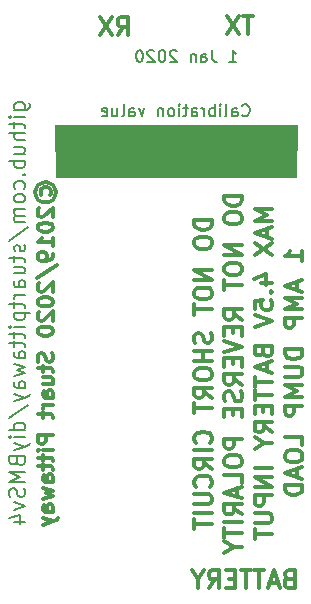
<source format=gbr>
G04 #@! TF.GenerationSoftware,KiCad,Pcbnew,5.1.5-52549c5~84~ubuntu18.04.1*
G04 #@! TF.CreationDate,2020-01-13T19:03:02+01:00*
G04 #@! TF.ProjectId,v4,76342e6b-6963-4616-945f-706362585858,rev?*
G04 #@! TF.SameCoordinates,Original*
G04 #@! TF.FileFunction,Legend,Bot*
G04 #@! TF.FilePolarity,Positive*
%FSLAX46Y46*%
G04 Gerber Fmt 4.6, Leading zero omitted, Abs format (unit mm)*
G04 Created by KiCad (PCBNEW 5.1.5-52549c5~84~ubuntu18.04.1) date 2020-01-13 19:03:02*
%MOMM*%
%LPD*%
G04 APERTURE LIST*
%ADD10C,0.300000*%
%ADD11C,0.200000*%
%ADD12C,0.100000*%
G04 APERTURE END LIST*
D10*
X123460457Y-48366171D02*
X122603314Y-48366171D01*
X123031885Y-49866171D02*
X123031885Y-48366171D01*
X122246171Y-48366171D02*
X121246171Y-49866171D01*
X121246171Y-48366171D02*
X122246171Y-49866171D01*
X111967600Y-49966171D02*
X112467600Y-49251885D01*
X112824742Y-49966171D02*
X112824742Y-48466171D01*
X112253314Y-48466171D01*
X112110457Y-48537600D01*
X112039028Y-48609028D01*
X111967600Y-48751885D01*
X111967600Y-48966171D01*
X112039028Y-49109028D01*
X112110457Y-49180457D01*
X112253314Y-49251885D01*
X112824742Y-49251885D01*
X111467600Y-48466171D02*
X110467600Y-49966171D01*
X110467600Y-48466171D02*
X111467600Y-49966171D01*
D11*
X122523257Y-56741942D02*
X122570876Y-56789561D01*
X122713733Y-56837180D01*
X122808971Y-56837180D01*
X122951828Y-56789561D01*
X123047066Y-56694323D01*
X123094685Y-56599085D01*
X123142304Y-56408609D01*
X123142304Y-56265752D01*
X123094685Y-56075276D01*
X123047066Y-55980038D01*
X122951828Y-55884800D01*
X122808971Y-55837180D01*
X122713733Y-55837180D01*
X122570876Y-55884800D01*
X122523257Y-55932419D01*
X121666114Y-56837180D02*
X121666114Y-56313371D01*
X121713733Y-56218133D01*
X121808971Y-56170514D01*
X121999447Y-56170514D01*
X122094685Y-56218133D01*
X121666114Y-56789561D02*
X121761352Y-56837180D01*
X121999447Y-56837180D01*
X122094685Y-56789561D01*
X122142304Y-56694323D01*
X122142304Y-56599085D01*
X122094685Y-56503847D01*
X121999447Y-56456228D01*
X121761352Y-56456228D01*
X121666114Y-56408609D01*
X121047066Y-56837180D02*
X121142304Y-56789561D01*
X121189923Y-56694323D01*
X121189923Y-55837180D01*
X120666114Y-56837180D02*
X120666114Y-56170514D01*
X120666114Y-55837180D02*
X120713733Y-55884800D01*
X120666114Y-55932419D01*
X120618495Y-55884800D01*
X120666114Y-55837180D01*
X120666114Y-55932419D01*
X120189923Y-56837180D02*
X120189923Y-55837180D01*
X120189923Y-56218133D02*
X120094685Y-56170514D01*
X119904209Y-56170514D01*
X119808971Y-56218133D01*
X119761352Y-56265752D01*
X119713733Y-56360990D01*
X119713733Y-56646704D01*
X119761352Y-56741942D01*
X119808971Y-56789561D01*
X119904209Y-56837180D01*
X120094685Y-56837180D01*
X120189923Y-56789561D01*
X119285161Y-56837180D02*
X119285161Y-56170514D01*
X119285161Y-56360990D02*
X119237542Y-56265752D01*
X119189923Y-56218133D01*
X119094685Y-56170514D01*
X118999447Y-56170514D01*
X118237542Y-56837180D02*
X118237542Y-56313371D01*
X118285161Y-56218133D01*
X118380400Y-56170514D01*
X118570876Y-56170514D01*
X118666114Y-56218133D01*
X118237542Y-56789561D02*
X118332780Y-56837180D01*
X118570876Y-56837180D01*
X118666114Y-56789561D01*
X118713733Y-56694323D01*
X118713733Y-56599085D01*
X118666114Y-56503847D01*
X118570876Y-56456228D01*
X118332780Y-56456228D01*
X118237542Y-56408609D01*
X117904209Y-56170514D02*
X117523257Y-56170514D01*
X117761352Y-55837180D02*
X117761352Y-56694323D01*
X117713733Y-56789561D01*
X117618495Y-56837180D01*
X117523257Y-56837180D01*
X117189923Y-56837180D02*
X117189923Y-56170514D01*
X117189923Y-55837180D02*
X117237542Y-55884800D01*
X117189923Y-55932419D01*
X117142304Y-55884800D01*
X117189923Y-55837180D01*
X117189923Y-55932419D01*
X116570876Y-56837180D02*
X116666114Y-56789561D01*
X116713733Y-56741942D01*
X116761352Y-56646704D01*
X116761352Y-56360990D01*
X116713733Y-56265752D01*
X116666114Y-56218133D01*
X116570876Y-56170514D01*
X116428019Y-56170514D01*
X116332780Y-56218133D01*
X116285161Y-56265752D01*
X116237542Y-56360990D01*
X116237542Y-56646704D01*
X116285161Y-56741942D01*
X116332780Y-56789561D01*
X116428019Y-56837180D01*
X116570876Y-56837180D01*
X115808971Y-56170514D02*
X115808971Y-56837180D01*
X115808971Y-56265752D02*
X115761352Y-56218133D01*
X115666114Y-56170514D01*
X115523257Y-56170514D01*
X115428019Y-56218133D01*
X115380400Y-56313371D01*
X115380400Y-56837180D01*
X114237542Y-56170514D02*
X113999447Y-56837180D01*
X113761352Y-56170514D01*
X112951828Y-56837180D02*
X112951828Y-56313371D01*
X112999447Y-56218133D01*
X113094685Y-56170514D01*
X113285161Y-56170514D01*
X113380400Y-56218133D01*
X112951828Y-56789561D02*
X113047066Y-56837180D01*
X113285161Y-56837180D01*
X113380400Y-56789561D01*
X113428019Y-56694323D01*
X113428019Y-56599085D01*
X113380400Y-56503847D01*
X113285161Y-56456228D01*
X113047066Y-56456228D01*
X112951828Y-56408609D01*
X112332780Y-56837180D02*
X112428019Y-56789561D01*
X112475638Y-56694323D01*
X112475638Y-55837180D01*
X111523257Y-56170514D02*
X111523257Y-56837180D01*
X111951828Y-56170514D02*
X111951828Y-56694323D01*
X111904209Y-56789561D01*
X111808971Y-56837180D01*
X111666114Y-56837180D01*
X111570876Y-56789561D01*
X111523257Y-56741942D01*
X110666114Y-56789561D02*
X110761352Y-56837180D01*
X110951828Y-56837180D01*
X111047066Y-56789561D01*
X111094685Y-56694323D01*
X111094685Y-56313371D01*
X111047066Y-56218133D01*
X110951828Y-56170514D01*
X110761352Y-56170514D01*
X110666114Y-56218133D01*
X110618495Y-56313371D01*
X110618495Y-56408609D01*
X111094685Y-56503847D01*
D12*
G36*
X127103000Y-61987600D02*
G01*
X106732200Y-61987600D01*
X106669600Y-57553200D01*
X127142000Y-57553200D01*
X127103000Y-61987600D01*
G37*
X127103000Y-61987600D02*
X106732200Y-61987600D01*
X106669600Y-57553200D01*
X127142000Y-57553200D01*
X127103000Y-61987600D01*
D10*
X119971171Y-65623314D02*
X118471171Y-65623314D01*
X118471171Y-65980457D01*
X118542600Y-66194742D01*
X118685457Y-66337600D01*
X118828314Y-66409028D01*
X119114028Y-66480457D01*
X119328314Y-66480457D01*
X119614028Y-66409028D01*
X119756885Y-66337600D01*
X119899742Y-66194742D01*
X119971171Y-65980457D01*
X119971171Y-65623314D01*
X118471171Y-67409028D02*
X118471171Y-67694742D01*
X118542600Y-67837600D01*
X118685457Y-67980457D01*
X118971171Y-68051885D01*
X119471171Y-68051885D01*
X119756885Y-67980457D01*
X119899742Y-67837600D01*
X119971171Y-67694742D01*
X119971171Y-67409028D01*
X119899742Y-67266171D01*
X119756885Y-67123314D01*
X119471171Y-67051885D01*
X118971171Y-67051885D01*
X118685457Y-67123314D01*
X118542600Y-67266171D01*
X118471171Y-67409028D01*
X119971171Y-69837600D02*
X118471171Y-69837600D01*
X119971171Y-70694742D01*
X118471171Y-70694742D01*
X118471171Y-71694742D02*
X118471171Y-71980457D01*
X118542600Y-72123314D01*
X118685457Y-72266171D01*
X118971171Y-72337600D01*
X119471171Y-72337600D01*
X119756885Y-72266171D01*
X119899742Y-72123314D01*
X119971171Y-71980457D01*
X119971171Y-71694742D01*
X119899742Y-71551885D01*
X119756885Y-71409028D01*
X119471171Y-71337600D01*
X118971171Y-71337600D01*
X118685457Y-71409028D01*
X118542600Y-71551885D01*
X118471171Y-71694742D01*
X118471171Y-72766171D02*
X118471171Y-73623314D01*
X119971171Y-73194742D02*
X118471171Y-73194742D01*
X119899742Y-75194742D02*
X119971171Y-75409028D01*
X119971171Y-75766171D01*
X119899742Y-75909028D01*
X119828314Y-75980457D01*
X119685457Y-76051885D01*
X119542600Y-76051885D01*
X119399742Y-75980457D01*
X119328314Y-75909028D01*
X119256885Y-75766171D01*
X119185457Y-75480457D01*
X119114028Y-75337599D01*
X119042600Y-75266171D01*
X118899742Y-75194742D01*
X118756885Y-75194742D01*
X118614028Y-75266171D01*
X118542600Y-75337599D01*
X118471171Y-75480457D01*
X118471171Y-75837599D01*
X118542600Y-76051885D01*
X119971171Y-76694742D02*
X118471171Y-76694742D01*
X119185457Y-76694742D02*
X119185457Y-77551885D01*
X119971171Y-77551885D02*
X118471171Y-77551885D01*
X118471171Y-78551885D02*
X118471171Y-78837599D01*
X118542600Y-78980457D01*
X118685457Y-79123314D01*
X118971171Y-79194742D01*
X119471171Y-79194742D01*
X119756885Y-79123314D01*
X119899742Y-78980457D01*
X119971171Y-78837599D01*
X119971171Y-78551885D01*
X119899742Y-78409028D01*
X119756885Y-78266171D01*
X119471171Y-78194742D01*
X118971171Y-78194742D01*
X118685457Y-78266171D01*
X118542600Y-78409028D01*
X118471171Y-78551885D01*
X119971171Y-80694742D02*
X119256885Y-80194742D01*
X119971171Y-79837599D02*
X118471171Y-79837599D01*
X118471171Y-80409028D01*
X118542600Y-80551885D01*
X118614028Y-80623314D01*
X118756885Y-80694742D01*
X118971171Y-80694742D01*
X119114028Y-80623314D01*
X119185457Y-80551885D01*
X119256885Y-80409028D01*
X119256885Y-79837599D01*
X118471171Y-81123314D02*
X118471171Y-81980457D01*
X119971171Y-81551885D02*
X118471171Y-81551885D01*
X119828314Y-84480457D02*
X119899742Y-84409028D01*
X119971171Y-84194742D01*
X119971171Y-84051885D01*
X119899742Y-83837599D01*
X119756885Y-83694742D01*
X119614028Y-83623314D01*
X119328314Y-83551885D01*
X119114028Y-83551885D01*
X118828314Y-83623314D01*
X118685457Y-83694742D01*
X118542600Y-83837599D01*
X118471171Y-84051885D01*
X118471171Y-84194742D01*
X118542600Y-84409028D01*
X118614028Y-84480457D01*
X119971171Y-85123314D02*
X118471171Y-85123314D01*
X119971171Y-86694742D02*
X119256885Y-86194742D01*
X119971171Y-85837599D02*
X118471171Y-85837599D01*
X118471171Y-86409028D01*
X118542600Y-86551885D01*
X118614028Y-86623314D01*
X118756885Y-86694742D01*
X118971171Y-86694742D01*
X119114028Y-86623314D01*
X119185457Y-86551885D01*
X119256885Y-86409028D01*
X119256885Y-85837599D01*
X119828314Y-88194742D02*
X119899742Y-88123314D01*
X119971171Y-87909028D01*
X119971171Y-87766171D01*
X119899742Y-87551885D01*
X119756885Y-87409028D01*
X119614028Y-87337599D01*
X119328314Y-87266171D01*
X119114028Y-87266171D01*
X118828314Y-87337599D01*
X118685457Y-87409028D01*
X118542600Y-87551885D01*
X118471171Y-87766171D01*
X118471171Y-87909028D01*
X118542600Y-88123314D01*
X118614028Y-88194742D01*
X118471171Y-88837599D02*
X119685457Y-88837599D01*
X119828314Y-88909028D01*
X119899742Y-88980457D01*
X119971171Y-89123314D01*
X119971171Y-89409028D01*
X119899742Y-89551885D01*
X119828314Y-89623314D01*
X119685457Y-89694742D01*
X118471171Y-89694742D01*
X119971171Y-90409028D02*
X118471171Y-90409028D01*
X118471171Y-90909028D02*
X118471171Y-91766171D01*
X119971171Y-91337599D02*
X118471171Y-91337599D01*
X122521171Y-63551885D02*
X121021171Y-63551885D01*
X121021171Y-63909028D01*
X121092600Y-64123314D01*
X121235457Y-64266171D01*
X121378314Y-64337600D01*
X121664028Y-64409028D01*
X121878314Y-64409028D01*
X122164028Y-64337600D01*
X122306885Y-64266171D01*
X122449742Y-64123314D01*
X122521171Y-63909028D01*
X122521171Y-63551885D01*
X121021171Y-65337600D02*
X121021171Y-65623314D01*
X121092600Y-65766171D01*
X121235457Y-65909028D01*
X121521171Y-65980457D01*
X122021171Y-65980457D01*
X122306885Y-65909028D01*
X122449742Y-65766171D01*
X122521171Y-65623314D01*
X122521171Y-65337600D01*
X122449742Y-65194742D01*
X122306885Y-65051885D01*
X122021171Y-64980457D01*
X121521171Y-64980457D01*
X121235457Y-65051885D01*
X121092600Y-65194742D01*
X121021171Y-65337600D01*
X122521171Y-67766171D02*
X121021171Y-67766171D01*
X122521171Y-68623314D01*
X121021171Y-68623314D01*
X121021171Y-69623314D02*
X121021171Y-69909028D01*
X121092600Y-70051885D01*
X121235457Y-70194742D01*
X121521171Y-70266171D01*
X122021171Y-70266171D01*
X122306885Y-70194742D01*
X122449742Y-70051885D01*
X122521171Y-69909028D01*
X122521171Y-69623314D01*
X122449742Y-69480457D01*
X122306885Y-69337600D01*
X122021171Y-69266171D01*
X121521171Y-69266171D01*
X121235457Y-69337600D01*
X121092600Y-69480457D01*
X121021171Y-69623314D01*
X121021171Y-70694742D02*
X121021171Y-71551885D01*
X122521171Y-71123314D02*
X121021171Y-71123314D01*
X122521171Y-74051885D02*
X121806885Y-73551885D01*
X122521171Y-73194742D02*
X121021171Y-73194742D01*
X121021171Y-73766171D01*
X121092600Y-73909028D01*
X121164028Y-73980457D01*
X121306885Y-74051885D01*
X121521171Y-74051885D01*
X121664028Y-73980457D01*
X121735457Y-73909028D01*
X121806885Y-73766171D01*
X121806885Y-73194742D01*
X121735457Y-74694742D02*
X121735457Y-75194742D01*
X122521171Y-75409028D02*
X122521171Y-74694742D01*
X121021171Y-74694742D01*
X121021171Y-75409028D01*
X121021171Y-75837600D02*
X122521171Y-76337600D01*
X121021171Y-76837600D01*
X121735457Y-77337600D02*
X121735457Y-77837600D01*
X122521171Y-78051885D02*
X122521171Y-77337600D01*
X121021171Y-77337600D01*
X121021171Y-78051885D01*
X122521171Y-79551885D02*
X121806885Y-79051885D01*
X122521171Y-78694742D02*
X121021171Y-78694742D01*
X121021171Y-79266171D01*
X121092600Y-79409028D01*
X121164028Y-79480457D01*
X121306885Y-79551885D01*
X121521171Y-79551885D01*
X121664028Y-79480457D01*
X121735457Y-79409028D01*
X121806885Y-79266171D01*
X121806885Y-78694742D01*
X122449742Y-80123314D02*
X122521171Y-80337600D01*
X122521171Y-80694742D01*
X122449742Y-80837600D01*
X122378314Y-80909028D01*
X122235457Y-80980457D01*
X122092600Y-80980457D01*
X121949742Y-80909028D01*
X121878314Y-80837600D01*
X121806885Y-80694742D01*
X121735457Y-80409028D01*
X121664028Y-80266171D01*
X121592600Y-80194742D01*
X121449742Y-80123314D01*
X121306885Y-80123314D01*
X121164028Y-80194742D01*
X121092600Y-80266171D01*
X121021171Y-80409028D01*
X121021171Y-80766171D01*
X121092600Y-80980457D01*
X121735457Y-81623314D02*
X121735457Y-82123314D01*
X122521171Y-82337600D02*
X122521171Y-81623314D01*
X121021171Y-81623314D01*
X121021171Y-82337600D01*
X122521171Y-84123314D02*
X121021171Y-84123314D01*
X121021171Y-84694742D01*
X121092600Y-84837600D01*
X121164028Y-84909028D01*
X121306885Y-84980457D01*
X121521171Y-84980457D01*
X121664028Y-84909028D01*
X121735457Y-84837600D01*
X121806885Y-84694742D01*
X121806885Y-84123314D01*
X121021171Y-85909028D02*
X121021171Y-86194742D01*
X121092600Y-86337600D01*
X121235457Y-86480457D01*
X121521171Y-86551885D01*
X122021171Y-86551885D01*
X122306885Y-86480457D01*
X122449742Y-86337600D01*
X122521171Y-86194742D01*
X122521171Y-85909028D01*
X122449742Y-85766171D01*
X122306885Y-85623314D01*
X122021171Y-85551885D01*
X121521171Y-85551885D01*
X121235457Y-85623314D01*
X121092600Y-85766171D01*
X121021171Y-85909028D01*
X122521171Y-87909028D02*
X122521171Y-87194742D01*
X121021171Y-87194742D01*
X122092600Y-88337600D02*
X122092600Y-89051885D01*
X122521171Y-88194742D02*
X121021171Y-88694742D01*
X122521171Y-89194742D01*
X122521171Y-90551885D02*
X121806885Y-90051885D01*
X122521171Y-89694742D02*
X121021171Y-89694742D01*
X121021171Y-90266171D01*
X121092600Y-90409028D01*
X121164028Y-90480457D01*
X121306885Y-90551885D01*
X121521171Y-90551885D01*
X121664028Y-90480457D01*
X121735457Y-90409028D01*
X121806885Y-90266171D01*
X121806885Y-89694742D01*
X122521171Y-91194742D02*
X121021171Y-91194742D01*
X121021171Y-91694742D02*
X121021171Y-92551885D01*
X122521171Y-92123314D02*
X121021171Y-92123314D01*
X121806885Y-93337600D02*
X122521171Y-93337600D01*
X121021171Y-92837600D02*
X121806885Y-93337600D01*
X121021171Y-93837600D01*
X125071171Y-64730457D02*
X123571171Y-64730457D01*
X124642600Y-65230457D01*
X123571171Y-65730457D01*
X125071171Y-65730457D01*
X124642600Y-66373314D02*
X124642600Y-67087600D01*
X125071171Y-66230457D02*
X123571171Y-66730457D01*
X125071171Y-67230457D01*
X123571171Y-67587600D02*
X125071171Y-68587600D01*
X123571171Y-68587600D02*
X125071171Y-67587600D01*
X124071171Y-70944742D02*
X125071171Y-70944742D01*
X123499742Y-70587600D02*
X124571171Y-70230457D01*
X124571171Y-71159028D01*
X124928314Y-71730457D02*
X124999742Y-71801885D01*
X125071171Y-71730457D01*
X124999742Y-71659028D01*
X124928314Y-71730457D01*
X125071171Y-71730457D01*
X123571171Y-73159028D02*
X123571171Y-72444742D01*
X124285457Y-72373314D01*
X124214028Y-72444742D01*
X124142600Y-72587600D01*
X124142600Y-72944742D01*
X124214028Y-73087600D01*
X124285457Y-73159028D01*
X124428314Y-73230457D01*
X124785457Y-73230457D01*
X124928314Y-73159028D01*
X124999742Y-73087600D01*
X125071171Y-72944742D01*
X125071171Y-72587600D01*
X124999742Y-72444742D01*
X124928314Y-72373314D01*
X123571171Y-73659028D02*
X125071171Y-74159028D01*
X123571171Y-74659028D01*
X124285457Y-76801885D02*
X124356885Y-77016171D01*
X124428314Y-77087600D01*
X124571171Y-77159028D01*
X124785457Y-77159028D01*
X124928314Y-77087600D01*
X124999742Y-77016171D01*
X125071171Y-76873314D01*
X125071171Y-76301885D01*
X123571171Y-76301885D01*
X123571171Y-76801885D01*
X123642600Y-76944742D01*
X123714028Y-77016171D01*
X123856885Y-77087600D01*
X123999742Y-77087600D01*
X124142600Y-77016171D01*
X124214028Y-76944742D01*
X124285457Y-76801885D01*
X124285457Y-76301885D01*
X124642600Y-77730457D02*
X124642600Y-78444742D01*
X125071171Y-77587600D02*
X123571171Y-78087600D01*
X125071171Y-78587600D01*
X123571171Y-78873314D02*
X123571171Y-79730457D01*
X125071171Y-79301885D02*
X123571171Y-79301885D01*
X123571171Y-80016171D02*
X123571171Y-80873314D01*
X125071171Y-80444742D02*
X123571171Y-80444742D01*
X124285457Y-81373314D02*
X124285457Y-81873314D01*
X125071171Y-82087600D02*
X125071171Y-81373314D01*
X123571171Y-81373314D01*
X123571171Y-82087600D01*
X125071171Y-83587600D02*
X124356885Y-83087600D01*
X125071171Y-82730457D02*
X123571171Y-82730457D01*
X123571171Y-83301885D01*
X123642600Y-83444742D01*
X123714028Y-83516171D01*
X123856885Y-83587600D01*
X124071171Y-83587600D01*
X124214028Y-83516171D01*
X124285457Y-83444742D01*
X124356885Y-83301885D01*
X124356885Y-82730457D01*
X124356885Y-84516171D02*
X125071171Y-84516171D01*
X123571171Y-84016171D02*
X124356885Y-84516171D01*
X123571171Y-85016171D01*
X125071171Y-86659028D02*
X123571171Y-86659028D01*
X125071171Y-87373314D02*
X123571171Y-87373314D01*
X125071171Y-88230457D01*
X123571171Y-88230457D01*
X125071171Y-88944742D02*
X123571171Y-88944742D01*
X123571171Y-89516171D01*
X123642600Y-89659028D01*
X123714028Y-89730457D01*
X123856885Y-89801885D01*
X124071171Y-89801885D01*
X124214028Y-89730457D01*
X124285457Y-89659028D01*
X124356885Y-89516171D01*
X124356885Y-88944742D01*
X123571171Y-90444742D02*
X124785457Y-90444742D01*
X124928314Y-90516171D01*
X124999742Y-90587600D01*
X125071171Y-90730457D01*
X125071171Y-91016171D01*
X124999742Y-91159028D01*
X124928314Y-91230457D01*
X124785457Y-91301885D01*
X123571171Y-91301885D01*
X123571171Y-91801885D02*
X123571171Y-92659028D01*
X125071171Y-92230457D02*
X123571171Y-92230457D01*
X127621171Y-69123314D02*
X127621171Y-68266171D01*
X127621171Y-68694742D02*
X126121171Y-68694742D01*
X126335457Y-68551885D01*
X126478314Y-68409028D01*
X126549742Y-68266171D01*
X127192600Y-70837600D02*
X127192600Y-71551885D01*
X127621171Y-70694742D02*
X126121171Y-71194742D01*
X127621171Y-71694742D01*
X127621171Y-72194742D02*
X126121171Y-72194742D01*
X127192600Y-72694742D01*
X126121171Y-73194742D01*
X127621171Y-73194742D01*
X127621171Y-73909028D02*
X126121171Y-73909028D01*
X126121171Y-74480457D01*
X126192600Y-74623314D01*
X126264028Y-74694742D01*
X126406885Y-74766171D01*
X126621171Y-74766171D01*
X126764028Y-74694742D01*
X126835457Y-74623314D01*
X126906885Y-74480457D01*
X126906885Y-73909028D01*
X127621171Y-76551885D02*
X126121171Y-76551885D01*
X126121171Y-76909028D01*
X126192600Y-77123314D01*
X126335457Y-77266171D01*
X126478314Y-77337600D01*
X126764028Y-77409028D01*
X126978314Y-77409028D01*
X127264028Y-77337600D01*
X127406885Y-77266171D01*
X127549742Y-77123314D01*
X127621171Y-76909028D01*
X127621171Y-76551885D01*
X126121171Y-78051885D02*
X127335457Y-78051885D01*
X127478314Y-78123314D01*
X127549742Y-78194742D01*
X127621171Y-78337600D01*
X127621171Y-78623314D01*
X127549742Y-78766171D01*
X127478314Y-78837600D01*
X127335457Y-78909028D01*
X126121171Y-78909028D01*
X127621171Y-79623314D02*
X126121171Y-79623314D01*
X127192600Y-80123314D01*
X126121171Y-80623314D01*
X127621171Y-80623314D01*
X127621171Y-81337600D02*
X126121171Y-81337600D01*
X126121171Y-81909028D01*
X126192600Y-82051885D01*
X126264028Y-82123314D01*
X126406885Y-82194742D01*
X126621171Y-82194742D01*
X126764028Y-82123314D01*
X126835457Y-82051885D01*
X126906885Y-81909028D01*
X126906885Y-81337600D01*
X127621171Y-84694742D02*
X127621171Y-83980457D01*
X126121171Y-83980457D01*
X126121171Y-85480457D02*
X126121171Y-85766171D01*
X126192600Y-85909028D01*
X126335457Y-86051885D01*
X126621171Y-86123314D01*
X127121171Y-86123314D01*
X127406885Y-86051885D01*
X127549742Y-85909028D01*
X127621171Y-85766171D01*
X127621171Y-85480457D01*
X127549742Y-85337600D01*
X127406885Y-85194742D01*
X127121171Y-85123314D01*
X126621171Y-85123314D01*
X126335457Y-85194742D01*
X126192600Y-85337600D01*
X126121171Y-85480457D01*
X127192600Y-86694742D02*
X127192600Y-87409028D01*
X127621171Y-86551885D02*
X126121171Y-87051885D01*
X127621171Y-87551885D01*
X127621171Y-88051885D02*
X126121171Y-88051885D01*
X126121171Y-88409028D01*
X126192600Y-88623314D01*
X126335457Y-88766171D01*
X126478314Y-88837600D01*
X126764028Y-88909028D01*
X126978314Y-88909028D01*
X127264028Y-88837600D01*
X127406885Y-88766171D01*
X127549742Y-88623314D01*
X127621171Y-88409028D01*
X127621171Y-88051885D01*
D11*
X121442838Y-52239980D02*
X122014266Y-52239980D01*
X121728552Y-52239980D02*
X121728552Y-51239980D01*
X121823790Y-51382838D01*
X121919028Y-51478076D01*
X122014266Y-51525695D01*
X119966647Y-51239980D02*
X119966647Y-51954266D01*
X120014266Y-52097123D01*
X120109504Y-52192361D01*
X120252361Y-52239980D01*
X120347600Y-52239980D01*
X119061885Y-52239980D02*
X119061885Y-51716171D01*
X119109504Y-51620933D01*
X119204742Y-51573314D01*
X119395219Y-51573314D01*
X119490457Y-51620933D01*
X119061885Y-52192361D02*
X119157123Y-52239980D01*
X119395219Y-52239980D01*
X119490457Y-52192361D01*
X119538076Y-52097123D01*
X119538076Y-52001885D01*
X119490457Y-51906647D01*
X119395219Y-51859028D01*
X119157123Y-51859028D01*
X119061885Y-51811409D01*
X118585695Y-51573314D02*
X118585695Y-52239980D01*
X118585695Y-51668552D02*
X118538076Y-51620933D01*
X118442838Y-51573314D01*
X118299980Y-51573314D01*
X118204742Y-51620933D01*
X118157123Y-51716171D01*
X118157123Y-52239980D01*
X116966647Y-51335219D02*
X116919028Y-51287600D01*
X116823790Y-51239980D01*
X116585695Y-51239980D01*
X116490457Y-51287600D01*
X116442838Y-51335219D01*
X116395219Y-51430457D01*
X116395219Y-51525695D01*
X116442838Y-51668552D01*
X117014266Y-52239980D01*
X116395219Y-52239980D01*
X115776171Y-51239980D02*
X115680933Y-51239980D01*
X115585695Y-51287600D01*
X115538076Y-51335219D01*
X115490457Y-51430457D01*
X115442838Y-51620933D01*
X115442838Y-51859028D01*
X115490457Y-52049504D01*
X115538076Y-52144742D01*
X115585695Y-52192361D01*
X115680933Y-52239980D01*
X115776171Y-52239980D01*
X115871409Y-52192361D01*
X115919028Y-52144742D01*
X115966647Y-52049504D01*
X116014266Y-51859028D01*
X116014266Y-51620933D01*
X115966647Y-51430457D01*
X115919028Y-51335219D01*
X115871409Y-51287600D01*
X115776171Y-51239980D01*
X115061885Y-51335219D02*
X115014266Y-51287600D01*
X114919028Y-51239980D01*
X114680933Y-51239980D01*
X114585695Y-51287600D01*
X114538076Y-51335219D01*
X114490457Y-51430457D01*
X114490457Y-51525695D01*
X114538076Y-51668552D01*
X115109504Y-52239980D01*
X114490457Y-52239980D01*
X113871409Y-51239980D02*
X113776171Y-51239980D01*
X113680933Y-51287600D01*
X113633314Y-51335219D01*
X113585695Y-51430457D01*
X113538076Y-51620933D01*
X113538076Y-51859028D01*
X113585695Y-52049504D01*
X113633314Y-52144742D01*
X113680933Y-52192361D01*
X113776171Y-52239980D01*
X113871409Y-52239980D01*
X113966647Y-52192361D01*
X114014266Y-52144742D01*
X114061885Y-52049504D01*
X114109504Y-51859028D01*
X114109504Y-51620933D01*
X114061885Y-51430457D01*
X114014266Y-51335219D01*
X113966647Y-51287600D01*
X113871409Y-51239980D01*
D10*
X126467600Y-95980457D02*
X126253314Y-96051885D01*
X126181885Y-96123314D01*
X126110457Y-96266171D01*
X126110457Y-96480457D01*
X126181885Y-96623314D01*
X126253314Y-96694742D01*
X126396171Y-96766171D01*
X126967600Y-96766171D01*
X126967600Y-95266171D01*
X126467600Y-95266171D01*
X126324742Y-95337600D01*
X126253314Y-95409028D01*
X126181885Y-95551885D01*
X126181885Y-95694742D01*
X126253314Y-95837600D01*
X126324742Y-95909028D01*
X126467600Y-95980457D01*
X126967600Y-95980457D01*
X125539028Y-96337600D02*
X124824742Y-96337600D01*
X125681885Y-96766171D02*
X125181885Y-95266171D01*
X124681885Y-96766171D01*
X124396171Y-95266171D02*
X123539028Y-95266171D01*
X123967600Y-96766171D02*
X123967600Y-95266171D01*
X123253314Y-95266171D02*
X122396171Y-95266171D01*
X122824742Y-96766171D02*
X122824742Y-95266171D01*
X121896171Y-95980457D02*
X121396171Y-95980457D01*
X121181885Y-96766171D02*
X121896171Y-96766171D01*
X121896171Y-95266171D01*
X121181885Y-95266171D01*
X119681885Y-96766171D02*
X120181885Y-96051885D01*
X120539028Y-96766171D02*
X120539028Y-95266171D01*
X119967600Y-95266171D01*
X119824742Y-95337600D01*
X119753314Y-95409028D01*
X119681885Y-95551885D01*
X119681885Y-95766171D01*
X119753314Y-95909028D01*
X119824742Y-95980457D01*
X119967600Y-96051885D01*
X120539028Y-96051885D01*
X118753314Y-96051885D02*
X118753314Y-96766171D01*
X119253314Y-95266171D02*
X118753314Y-96051885D01*
X118253314Y-95266171D01*
D11*
X103239028Y-56278076D02*
X104291409Y-56278076D01*
X104415219Y-56216171D01*
X104477123Y-56154266D01*
X104539028Y-56030457D01*
X104539028Y-55844742D01*
X104477123Y-55720933D01*
X104043790Y-56278076D02*
X104105695Y-56154266D01*
X104105695Y-55906647D01*
X104043790Y-55782838D01*
X103981885Y-55720933D01*
X103858076Y-55659028D01*
X103486647Y-55659028D01*
X103362838Y-55720933D01*
X103300933Y-55782838D01*
X103239028Y-55906647D01*
X103239028Y-56154266D01*
X103300933Y-56278076D01*
X104105695Y-56897123D02*
X103239028Y-56897123D01*
X102805695Y-56897123D02*
X102867600Y-56835219D01*
X102929504Y-56897123D01*
X102867600Y-56959028D01*
X102805695Y-56897123D01*
X102929504Y-56897123D01*
X103239028Y-57330457D02*
X103239028Y-57825695D01*
X102805695Y-57516171D02*
X103919980Y-57516171D01*
X104043790Y-57578076D01*
X104105695Y-57701885D01*
X104105695Y-57825695D01*
X104105695Y-58259028D02*
X102805695Y-58259028D01*
X104105695Y-58816171D02*
X103424742Y-58816171D01*
X103300933Y-58754266D01*
X103239028Y-58630457D01*
X103239028Y-58444742D01*
X103300933Y-58320933D01*
X103362838Y-58259028D01*
X103239028Y-59992361D02*
X104105695Y-59992361D01*
X103239028Y-59435219D02*
X103919980Y-59435219D01*
X104043790Y-59497123D01*
X104105695Y-59620933D01*
X104105695Y-59806647D01*
X104043790Y-59930457D01*
X103981885Y-59992361D01*
X104105695Y-60611409D02*
X102805695Y-60611409D01*
X103300933Y-60611409D02*
X103239028Y-60735219D01*
X103239028Y-60982838D01*
X103300933Y-61106647D01*
X103362838Y-61168552D01*
X103486647Y-61230457D01*
X103858076Y-61230457D01*
X103981885Y-61168552D01*
X104043790Y-61106647D01*
X104105695Y-60982838D01*
X104105695Y-60735219D01*
X104043790Y-60611409D01*
X103981885Y-61787600D02*
X104043790Y-61849504D01*
X104105695Y-61787600D01*
X104043790Y-61725695D01*
X103981885Y-61787600D01*
X104105695Y-61787600D01*
X104043790Y-62963790D02*
X104105695Y-62839980D01*
X104105695Y-62592361D01*
X104043790Y-62468552D01*
X103981885Y-62406647D01*
X103858076Y-62344742D01*
X103486647Y-62344742D01*
X103362838Y-62406647D01*
X103300933Y-62468552D01*
X103239028Y-62592361D01*
X103239028Y-62839980D01*
X103300933Y-62963790D01*
X104105695Y-63706647D02*
X104043790Y-63582838D01*
X103981885Y-63520933D01*
X103858076Y-63459028D01*
X103486647Y-63459028D01*
X103362838Y-63520933D01*
X103300933Y-63582838D01*
X103239028Y-63706647D01*
X103239028Y-63892361D01*
X103300933Y-64016171D01*
X103362838Y-64078076D01*
X103486647Y-64139980D01*
X103858076Y-64139980D01*
X103981885Y-64078076D01*
X104043790Y-64016171D01*
X104105695Y-63892361D01*
X104105695Y-63706647D01*
X104105695Y-64697123D02*
X103239028Y-64697123D01*
X103362838Y-64697123D02*
X103300933Y-64759028D01*
X103239028Y-64882838D01*
X103239028Y-65068552D01*
X103300933Y-65192361D01*
X103424742Y-65254266D01*
X104105695Y-65254266D01*
X103424742Y-65254266D02*
X103300933Y-65316171D01*
X103239028Y-65439980D01*
X103239028Y-65625695D01*
X103300933Y-65749504D01*
X103424742Y-65811409D01*
X104105695Y-65811409D01*
X102743790Y-67359028D02*
X104415219Y-66244742D01*
X104043790Y-67730457D02*
X104105695Y-67854266D01*
X104105695Y-68101885D01*
X104043790Y-68225695D01*
X103919980Y-68287600D01*
X103858076Y-68287600D01*
X103734266Y-68225695D01*
X103672361Y-68101885D01*
X103672361Y-67916171D01*
X103610457Y-67792361D01*
X103486647Y-67730457D01*
X103424742Y-67730457D01*
X103300933Y-67792361D01*
X103239028Y-67916171D01*
X103239028Y-68101885D01*
X103300933Y-68225695D01*
X103239028Y-68659028D02*
X103239028Y-69154266D01*
X102805695Y-68844742D02*
X103919980Y-68844742D01*
X104043790Y-68906647D01*
X104105695Y-69030457D01*
X104105695Y-69154266D01*
X103239028Y-70144742D02*
X104105695Y-70144742D01*
X103239028Y-69587600D02*
X103919980Y-69587600D01*
X104043790Y-69649504D01*
X104105695Y-69773314D01*
X104105695Y-69959028D01*
X104043790Y-70082838D01*
X103981885Y-70144742D01*
X104105695Y-71320933D02*
X103424742Y-71320933D01*
X103300933Y-71259028D01*
X103239028Y-71135219D01*
X103239028Y-70887600D01*
X103300933Y-70763790D01*
X104043790Y-71320933D02*
X104105695Y-71197123D01*
X104105695Y-70887600D01*
X104043790Y-70763790D01*
X103919980Y-70701885D01*
X103796171Y-70701885D01*
X103672361Y-70763790D01*
X103610457Y-70887600D01*
X103610457Y-71197123D01*
X103548552Y-71320933D01*
X104105695Y-71939980D02*
X103239028Y-71939980D01*
X103486647Y-71939980D02*
X103362838Y-72001885D01*
X103300933Y-72063790D01*
X103239028Y-72187600D01*
X103239028Y-72311409D01*
X103239028Y-72559028D02*
X103239028Y-73054266D01*
X102805695Y-72744742D02*
X103919980Y-72744742D01*
X104043790Y-72806647D01*
X104105695Y-72930457D01*
X104105695Y-73054266D01*
X103239028Y-73487600D02*
X104539028Y-73487600D01*
X103300933Y-73487600D02*
X103239028Y-73611409D01*
X103239028Y-73859028D01*
X103300933Y-73982838D01*
X103362838Y-74044742D01*
X103486647Y-74106647D01*
X103858076Y-74106647D01*
X103981885Y-74044742D01*
X104043790Y-73982838D01*
X104105695Y-73859028D01*
X104105695Y-73611409D01*
X104043790Y-73487600D01*
X104105695Y-74663790D02*
X103239028Y-74663790D01*
X102805695Y-74663790D02*
X102867600Y-74601885D01*
X102929504Y-74663790D01*
X102867600Y-74725695D01*
X102805695Y-74663790D01*
X102929504Y-74663790D01*
X103239028Y-75097123D02*
X103239028Y-75592361D01*
X102805695Y-75282838D02*
X103919980Y-75282838D01*
X104043790Y-75344742D01*
X104105695Y-75468552D01*
X104105695Y-75592361D01*
X103239028Y-75839980D02*
X103239028Y-76335219D01*
X102805695Y-76025695D02*
X103919980Y-76025695D01*
X104043790Y-76087600D01*
X104105695Y-76211409D01*
X104105695Y-76335219D01*
X104105695Y-77325695D02*
X103424742Y-77325695D01*
X103300933Y-77263790D01*
X103239028Y-77139980D01*
X103239028Y-76892361D01*
X103300933Y-76768552D01*
X104043790Y-77325695D02*
X104105695Y-77201885D01*
X104105695Y-76892361D01*
X104043790Y-76768552D01*
X103919980Y-76706647D01*
X103796171Y-76706647D01*
X103672361Y-76768552D01*
X103610457Y-76892361D01*
X103610457Y-77201885D01*
X103548552Y-77325695D01*
X103239028Y-77820933D02*
X104105695Y-78068552D01*
X103486647Y-78316171D01*
X104105695Y-78563790D01*
X103239028Y-78811409D01*
X104105695Y-79863790D02*
X103424742Y-79863790D01*
X103300933Y-79801885D01*
X103239028Y-79678076D01*
X103239028Y-79430457D01*
X103300933Y-79306647D01*
X104043790Y-79863790D02*
X104105695Y-79739980D01*
X104105695Y-79430457D01*
X104043790Y-79306647D01*
X103919980Y-79244742D01*
X103796171Y-79244742D01*
X103672361Y-79306647D01*
X103610457Y-79430457D01*
X103610457Y-79739980D01*
X103548552Y-79863790D01*
X103239028Y-80359028D02*
X104105695Y-80668552D01*
X103239028Y-80978076D02*
X104105695Y-80668552D01*
X104415219Y-80544742D01*
X104477123Y-80482838D01*
X104539028Y-80359028D01*
X102743790Y-82401885D02*
X104415219Y-81287600D01*
X104105695Y-83392361D02*
X102805695Y-83392361D01*
X104043790Y-83392361D02*
X104105695Y-83268552D01*
X104105695Y-83020933D01*
X104043790Y-82897123D01*
X103981885Y-82835219D01*
X103858076Y-82773314D01*
X103486647Y-82773314D01*
X103362838Y-82835219D01*
X103300933Y-82897123D01*
X103239028Y-83020933D01*
X103239028Y-83268552D01*
X103300933Y-83392361D01*
X104105695Y-84011409D02*
X103239028Y-84011409D01*
X102805695Y-84011409D02*
X102867600Y-83949504D01*
X102929504Y-84011409D01*
X102867600Y-84073314D01*
X102805695Y-84011409D01*
X102929504Y-84011409D01*
X103239028Y-84506647D02*
X104105695Y-84816171D01*
X103239028Y-85125695D02*
X104105695Y-84816171D01*
X104415219Y-84692361D01*
X104477123Y-84630457D01*
X104539028Y-84506647D01*
X103424742Y-86054266D02*
X103486647Y-86239980D01*
X103548552Y-86301885D01*
X103672361Y-86363790D01*
X103858076Y-86363790D01*
X103981885Y-86301885D01*
X104043790Y-86239980D01*
X104105695Y-86116171D01*
X104105695Y-85620933D01*
X102805695Y-85620933D01*
X102805695Y-86054266D01*
X102867600Y-86178076D01*
X102929504Y-86239980D01*
X103053314Y-86301885D01*
X103177123Y-86301885D01*
X103300933Y-86239980D01*
X103362838Y-86178076D01*
X103424742Y-86054266D01*
X103424742Y-85620933D01*
X104105695Y-86920933D02*
X102805695Y-86920933D01*
X103734266Y-87354266D01*
X102805695Y-87787600D01*
X104105695Y-87787600D01*
X104043790Y-88344742D02*
X104105695Y-88530457D01*
X104105695Y-88839980D01*
X104043790Y-88963790D01*
X103981885Y-89025695D01*
X103858076Y-89087600D01*
X103734266Y-89087600D01*
X103610457Y-89025695D01*
X103548552Y-88963790D01*
X103486647Y-88839980D01*
X103424742Y-88592361D01*
X103362838Y-88468552D01*
X103300933Y-88406647D01*
X103177123Y-88344742D01*
X103053314Y-88344742D01*
X102929504Y-88406647D01*
X102867600Y-88468552D01*
X102805695Y-88592361D01*
X102805695Y-88901885D01*
X102867600Y-89087600D01*
X103239028Y-89520933D02*
X104105695Y-89830457D01*
X103239028Y-90139980D01*
X103239028Y-91192361D02*
X104105695Y-91192361D01*
X102743790Y-90882838D02*
X103672361Y-90573314D01*
X103672361Y-91378076D01*
D10*
X105515219Y-63516171D02*
X105453314Y-63392361D01*
X105453314Y-63144742D01*
X105515219Y-63020933D01*
X105639028Y-62897123D01*
X105762838Y-62835219D01*
X106010457Y-62835219D01*
X106134266Y-62897123D01*
X106258076Y-63020933D01*
X106319980Y-63144742D01*
X106319980Y-63392361D01*
X106258076Y-63516171D01*
X105019980Y-63268552D02*
X105081885Y-62959028D01*
X105267600Y-62649504D01*
X105577123Y-62463790D01*
X105886647Y-62401885D01*
X106196171Y-62463790D01*
X106505695Y-62649504D01*
X106691409Y-62959028D01*
X106753314Y-63268552D01*
X106691409Y-63578076D01*
X106505695Y-63887600D01*
X106196171Y-64073314D01*
X105886647Y-64135219D01*
X105577123Y-64073314D01*
X105267600Y-63887600D01*
X105081885Y-63578076D01*
X105019980Y-63268552D01*
X105329504Y-64630457D02*
X105267600Y-64692361D01*
X105205695Y-64816171D01*
X105205695Y-65125695D01*
X105267600Y-65249504D01*
X105329504Y-65311409D01*
X105453314Y-65373314D01*
X105577123Y-65373314D01*
X105762838Y-65311409D01*
X106505695Y-64568552D01*
X106505695Y-65373314D01*
X105205695Y-66178076D02*
X105205695Y-66301885D01*
X105267600Y-66425695D01*
X105329504Y-66487600D01*
X105453314Y-66549504D01*
X105700933Y-66611409D01*
X106010457Y-66611409D01*
X106258076Y-66549504D01*
X106381885Y-66487600D01*
X106443790Y-66425695D01*
X106505695Y-66301885D01*
X106505695Y-66178076D01*
X106443790Y-66054266D01*
X106381885Y-65992361D01*
X106258076Y-65930457D01*
X106010457Y-65868552D01*
X105700933Y-65868552D01*
X105453314Y-65930457D01*
X105329504Y-65992361D01*
X105267600Y-66054266D01*
X105205695Y-66178076D01*
X106505695Y-67849504D02*
X106505695Y-67106647D01*
X106505695Y-67478076D02*
X105205695Y-67478076D01*
X105391409Y-67354266D01*
X105515219Y-67230457D01*
X105577123Y-67106647D01*
X106505695Y-68468552D02*
X106505695Y-68716171D01*
X106443790Y-68839980D01*
X106381885Y-68901885D01*
X106196171Y-69025695D01*
X105948552Y-69087600D01*
X105453314Y-69087600D01*
X105329504Y-69025695D01*
X105267600Y-68963790D01*
X105205695Y-68839980D01*
X105205695Y-68592361D01*
X105267600Y-68468552D01*
X105329504Y-68406647D01*
X105453314Y-68344742D01*
X105762838Y-68344742D01*
X105886647Y-68406647D01*
X105948552Y-68468552D01*
X106010457Y-68592361D01*
X106010457Y-68839980D01*
X105948552Y-68963790D01*
X105886647Y-69025695D01*
X105762838Y-69087600D01*
X105143790Y-70573314D02*
X106815219Y-69459028D01*
X105329504Y-70944742D02*
X105267600Y-71006647D01*
X105205695Y-71130457D01*
X105205695Y-71439980D01*
X105267600Y-71563790D01*
X105329504Y-71625695D01*
X105453314Y-71687600D01*
X105577123Y-71687600D01*
X105762838Y-71625695D01*
X106505695Y-70882838D01*
X106505695Y-71687600D01*
X105205695Y-72492361D02*
X105205695Y-72616171D01*
X105267600Y-72739980D01*
X105329504Y-72801885D01*
X105453314Y-72863790D01*
X105700933Y-72925695D01*
X106010457Y-72925695D01*
X106258076Y-72863790D01*
X106381885Y-72801885D01*
X106443790Y-72739980D01*
X106505695Y-72616171D01*
X106505695Y-72492361D01*
X106443790Y-72368552D01*
X106381885Y-72306647D01*
X106258076Y-72244742D01*
X106010457Y-72182838D01*
X105700933Y-72182838D01*
X105453314Y-72244742D01*
X105329504Y-72306647D01*
X105267600Y-72368552D01*
X105205695Y-72492361D01*
X105329504Y-73420933D02*
X105267600Y-73482838D01*
X105205695Y-73606647D01*
X105205695Y-73916171D01*
X105267600Y-74039980D01*
X105329504Y-74101885D01*
X105453314Y-74163790D01*
X105577123Y-74163790D01*
X105762838Y-74101885D01*
X106505695Y-73359028D01*
X106505695Y-74163790D01*
X105205695Y-74968552D02*
X105205695Y-75092361D01*
X105267600Y-75216171D01*
X105329504Y-75278076D01*
X105453314Y-75339980D01*
X105700933Y-75401885D01*
X106010457Y-75401885D01*
X106258076Y-75339980D01*
X106381885Y-75278076D01*
X106443790Y-75216171D01*
X106505695Y-75092361D01*
X106505695Y-74968552D01*
X106443790Y-74844742D01*
X106381885Y-74782838D01*
X106258076Y-74720933D01*
X106010457Y-74659028D01*
X105700933Y-74659028D01*
X105453314Y-74720933D01*
X105329504Y-74782838D01*
X105267600Y-74844742D01*
X105205695Y-74968552D01*
X106443790Y-76887600D02*
X106505695Y-77073314D01*
X106505695Y-77382838D01*
X106443790Y-77506647D01*
X106381885Y-77568552D01*
X106258076Y-77630457D01*
X106134266Y-77630457D01*
X106010457Y-77568552D01*
X105948552Y-77506647D01*
X105886647Y-77382838D01*
X105824742Y-77135219D01*
X105762838Y-77011409D01*
X105700933Y-76949504D01*
X105577123Y-76887600D01*
X105453314Y-76887600D01*
X105329504Y-76949504D01*
X105267600Y-77011409D01*
X105205695Y-77135219D01*
X105205695Y-77444742D01*
X105267600Y-77630457D01*
X105639028Y-78001885D02*
X105639028Y-78497123D01*
X105205695Y-78187600D02*
X106319980Y-78187600D01*
X106443790Y-78249504D01*
X106505695Y-78373314D01*
X106505695Y-78497123D01*
X105639028Y-79487600D02*
X106505695Y-79487600D01*
X105639028Y-78930457D02*
X106319980Y-78930457D01*
X106443790Y-78992361D01*
X106505695Y-79116171D01*
X106505695Y-79301885D01*
X106443790Y-79425695D01*
X106381885Y-79487600D01*
X106505695Y-80663790D02*
X105824742Y-80663790D01*
X105700933Y-80601885D01*
X105639028Y-80478076D01*
X105639028Y-80230457D01*
X105700933Y-80106647D01*
X106443790Y-80663790D02*
X106505695Y-80539980D01*
X106505695Y-80230457D01*
X106443790Y-80106647D01*
X106319980Y-80044742D01*
X106196171Y-80044742D01*
X106072361Y-80106647D01*
X106010457Y-80230457D01*
X106010457Y-80539980D01*
X105948552Y-80663790D01*
X106505695Y-81282838D02*
X105639028Y-81282838D01*
X105886647Y-81282838D02*
X105762838Y-81344742D01*
X105700933Y-81406647D01*
X105639028Y-81530457D01*
X105639028Y-81654266D01*
X105639028Y-81901885D02*
X105639028Y-82397123D01*
X105205695Y-82087600D02*
X106319980Y-82087600D01*
X106443790Y-82149504D01*
X106505695Y-82273314D01*
X106505695Y-82397123D01*
X106505695Y-83820933D02*
X105205695Y-83820933D01*
X105205695Y-84316171D01*
X105267600Y-84439980D01*
X105329504Y-84501885D01*
X105453314Y-84563790D01*
X105639028Y-84563790D01*
X105762838Y-84501885D01*
X105824742Y-84439980D01*
X105886647Y-84316171D01*
X105886647Y-83820933D01*
X106505695Y-85120933D02*
X105639028Y-85120933D01*
X105205695Y-85120933D02*
X105267600Y-85059028D01*
X105329504Y-85120933D01*
X105267600Y-85182838D01*
X105205695Y-85120933D01*
X105329504Y-85120933D01*
X105639028Y-85554266D02*
X105639028Y-86049504D01*
X105205695Y-85739980D02*
X106319980Y-85739980D01*
X106443790Y-85801885D01*
X106505695Y-85925695D01*
X106505695Y-86049504D01*
X105639028Y-86297123D02*
X105639028Y-86792361D01*
X105205695Y-86482838D02*
X106319980Y-86482838D01*
X106443790Y-86544742D01*
X106505695Y-86668552D01*
X106505695Y-86792361D01*
X106505695Y-87782838D02*
X105824742Y-87782838D01*
X105700933Y-87720933D01*
X105639028Y-87597123D01*
X105639028Y-87349504D01*
X105700933Y-87225695D01*
X106443790Y-87782838D02*
X106505695Y-87659028D01*
X106505695Y-87349504D01*
X106443790Y-87225695D01*
X106319980Y-87163790D01*
X106196171Y-87163790D01*
X106072361Y-87225695D01*
X106010457Y-87349504D01*
X106010457Y-87659028D01*
X105948552Y-87782838D01*
X105639028Y-88278076D02*
X106505695Y-88525695D01*
X105886647Y-88773314D01*
X106505695Y-89020933D01*
X105639028Y-89268552D01*
X106505695Y-90320933D02*
X105824742Y-90320933D01*
X105700933Y-90259028D01*
X105639028Y-90135219D01*
X105639028Y-89887600D01*
X105700933Y-89763790D01*
X106443790Y-90320933D02*
X106505695Y-90197123D01*
X106505695Y-89887600D01*
X106443790Y-89763790D01*
X106319980Y-89701885D01*
X106196171Y-89701885D01*
X106072361Y-89763790D01*
X106010457Y-89887600D01*
X106010457Y-90197123D01*
X105948552Y-90320933D01*
X105639028Y-90816171D02*
X106505695Y-91125695D01*
X105639028Y-91435219D02*
X106505695Y-91125695D01*
X106815219Y-91001885D01*
X106877123Y-90939980D01*
X106939028Y-90816171D01*
M02*

</source>
